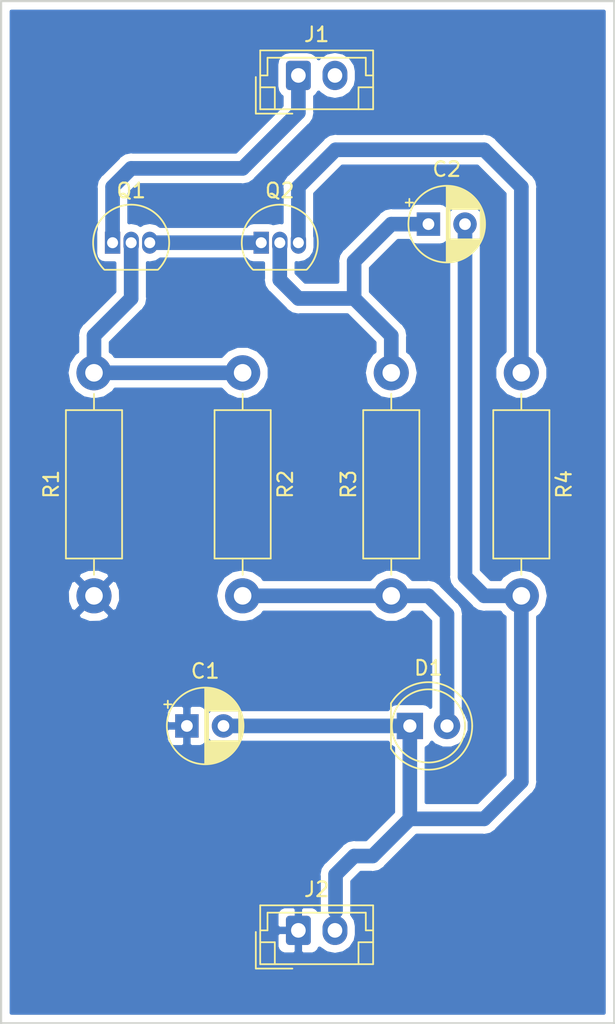
<source format=kicad_pcb>
(kicad_pcb (version 20171130) (host pcbnew 5.0.0-fee4fd1~66~ubuntu16.04.1)

  (general
    (thickness 1.6)
    (drawings 4)
    (tracks 41)
    (zones 0)
    (modules 11)
    (nets 9)
  )

  (page A4)
  (layers
    (0 F.Cu signal)
    (31 B.Cu signal)
    (32 B.Adhes user)
    (33 F.Adhes user)
    (34 B.Paste user)
    (35 F.Paste user)
    (36 B.SilkS user)
    (37 F.SilkS user)
    (38 B.Mask user)
    (39 F.Mask user)
    (40 Dwgs.User user)
    (41 Cmts.User user)
    (42 Eco1.User user)
    (43 Eco2.User user)
    (44 Edge.Cuts user)
    (45 Margin user)
    (46 B.CrtYd user)
    (47 F.CrtYd user)
    (48 B.Fab user)
    (49 F.Fab user)
  )

  (setup
    (last_trace_width 0.25)
    (trace_clearance 0.2)
    (zone_clearance 0.508)
    (zone_45_only no)
    (trace_min 0.2)
    (segment_width 0.2)
    (edge_width 0.15)
    (via_size 0.8)
    (via_drill 0.4)
    (via_min_size 0.4)
    (via_min_drill 0.3)
    (uvia_size 0.3)
    (uvia_drill 0.1)
    (uvias_allowed no)
    (uvia_min_size 0.2)
    (uvia_min_drill 0.1)
    (pcb_text_width 0.3)
    (pcb_text_size 1.5 1.5)
    (mod_edge_width 0.15)
    (mod_text_size 1 1)
    (mod_text_width 0.15)
    (pad_size 1.524 1.524)
    (pad_drill 0.762)
    (pad_to_mask_clearance 0.2)
    (aux_axis_origin 0 0)
    (visible_elements FFFFFF7F)
    (pcbplotparams
      (layerselection 0x010fc_ffffffff)
      (usegerberextensions false)
      (usegerberattributes false)
      (usegerberadvancedattributes false)
      (creategerberjobfile false)
      (excludeedgelayer true)
      (linewidth 0.100000)
      (plotframeref false)
      (viasonmask false)
      (mode 1)
      (useauxorigin false)
      (hpglpennumber 1)
      (hpglpenspeed 20)
      (hpglpendiameter 15.000000)
      (psnegative false)
      (psa4output false)
      (plotreference true)
      (plotvalue true)
      (plotinvisibletext false)
      (padsonsilk false)
      (subtractmaskfromsilk false)
      (outputformat 1)
      (mirror false)
      (drillshape 1)
      (scaleselection 1)
      (outputdirectory ""))
  )

  (net 0 "")
  (net 1 GNDA)
  (net 2 VCC)
  (net 3 "Net-(C2-Pad1)")
  (net 4 "Net-(D1-Pad2)")
  (net 5 VDDA)
  (net 6 "Net-(Q1-Pad2)")
  (net 7 "Net-(Q1-Pad3)")
  (net 8 "Net-(Q2-Pad3)")

  (net_class Default "This is the default net class."
    (clearance 0.2)
    (trace_width 0.25)
    (via_dia 0.8)
    (via_drill 0.4)
    (uvia_dia 0.3)
    (uvia_drill 0.1)
    (add_net GNDA)
    (add_net "Net-(C2-Pad1)")
    (add_net "Net-(D1-Pad2)")
    (add_net "Net-(Q1-Pad2)")
    (add_net "Net-(Q1-Pad3)")
    (add_net "Net-(Q2-Pad3)")
    (add_net VCC)
    (add_net VDDA)
  )

  (module Capacitor_THT:CP_Radial_D5.0mm_P2.50mm (layer F.Cu) (tedit 5AE50EF0) (tstamp 5BD37BAA)
    (at 120.65 88.9)
    (descr "CP, Radial series, Radial, pin pitch=2.50mm, , diameter=5mm, Electrolytic Capacitor")
    (tags "CP Radial series Radial pin pitch 2.50mm  diameter 5mm Electrolytic Capacitor")
    (path /5BC701E1)
    (fp_text reference C1 (at 1.25 -3.75) (layer F.SilkS)
      (effects (font (size 1 1) (thickness 0.15)))
    )
    (fp_text value "47uF 35V BG" (at 1.25 3.75) (layer F.Fab)
      (effects (font (size 1 1) (thickness 0.15)))
    )
    (fp_circle (center 1.25 0) (end 3.75 0) (layer F.Fab) (width 0.1))
    (fp_circle (center 1.25 0) (end 3.87 0) (layer F.SilkS) (width 0.12))
    (fp_circle (center 1.25 0) (end 4 0) (layer F.CrtYd) (width 0.05))
    (fp_line (start -0.883605 -1.0875) (end -0.383605 -1.0875) (layer F.Fab) (width 0.1))
    (fp_line (start -0.633605 -1.3375) (end -0.633605 -0.8375) (layer F.Fab) (width 0.1))
    (fp_line (start 1.25 -2.58) (end 1.25 2.58) (layer F.SilkS) (width 0.12))
    (fp_line (start 1.29 -2.58) (end 1.29 2.58) (layer F.SilkS) (width 0.12))
    (fp_line (start 1.33 -2.579) (end 1.33 2.579) (layer F.SilkS) (width 0.12))
    (fp_line (start 1.37 -2.578) (end 1.37 2.578) (layer F.SilkS) (width 0.12))
    (fp_line (start 1.41 -2.576) (end 1.41 2.576) (layer F.SilkS) (width 0.12))
    (fp_line (start 1.45 -2.573) (end 1.45 2.573) (layer F.SilkS) (width 0.12))
    (fp_line (start 1.49 -2.569) (end 1.49 -1.04) (layer F.SilkS) (width 0.12))
    (fp_line (start 1.49 1.04) (end 1.49 2.569) (layer F.SilkS) (width 0.12))
    (fp_line (start 1.53 -2.565) (end 1.53 -1.04) (layer F.SilkS) (width 0.12))
    (fp_line (start 1.53 1.04) (end 1.53 2.565) (layer F.SilkS) (width 0.12))
    (fp_line (start 1.57 -2.561) (end 1.57 -1.04) (layer F.SilkS) (width 0.12))
    (fp_line (start 1.57 1.04) (end 1.57 2.561) (layer F.SilkS) (width 0.12))
    (fp_line (start 1.61 -2.556) (end 1.61 -1.04) (layer F.SilkS) (width 0.12))
    (fp_line (start 1.61 1.04) (end 1.61 2.556) (layer F.SilkS) (width 0.12))
    (fp_line (start 1.65 -2.55) (end 1.65 -1.04) (layer F.SilkS) (width 0.12))
    (fp_line (start 1.65 1.04) (end 1.65 2.55) (layer F.SilkS) (width 0.12))
    (fp_line (start 1.69 -2.543) (end 1.69 -1.04) (layer F.SilkS) (width 0.12))
    (fp_line (start 1.69 1.04) (end 1.69 2.543) (layer F.SilkS) (width 0.12))
    (fp_line (start 1.73 -2.536) (end 1.73 -1.04) (layer F.SilkS) (width 0.12))
    (fp_line (start 1.73 1.04) (end 1.73 2.536) (layer F.SilkS) (width 0.12))
    (fp_line (start 1.77 -2.528) (end 1.77 -1.04) (layer F.SilkS) (width 0.12))
    (fp_line (start 1.77 1.04) (end 1.77 2.528) (layer F.SilkS) (width 0.12))
    (fp_line (start 1.81 -2.52) (end 1.81 -1.04) (layer F.SilkS) (width 0.12))
    (fp_line (start 1.81 1.04) (end 1.81 2.52) (layer F.SilkS) (width 0.12))
    (fp_line (start 1.85 -2.511) (end 1.85 -1.04) (layer F.SilkS) (width 0.12))
    (fp_line (start 1.85 1.04) (end 1.85 2.511) (layer F.SilkS) (width 0.12))
    (fp_line (start 1.89 -2.501) (end 1.89 -1.04) (layer F.SilkS) (width 0.12))
    (fp_line (start 1.89 1.04) (end 1.89 2.501) (layer F.SilkS) (width 0.12))
    (fp_line (start 1.93 -2.491) (end 1.93 -1.04) (layer F.SilkS) (width 0.12))
    (fp_line (start 1.93 1.04) (end 1.93 2.491) (layer F.SilkS) (width 0.12))
    (fp_line (start 1.971 -2.48) (end 1.971 -1.04) (layer F.SilkS) (width 0.12))
    (fp_line (start 1.971 1.04) (end 1.971 2.48) (layer F.SilkS) (width 0.12))
    (fp_line (start 2.011 -2.468) (end 2.011 -1.04) (layer F.SilkS) (width 0.12))
    (fp_line (start 2.011 1.04) (end 2.011 2.468) (layer F.SilkS) (width 0.12))
    (fp_line (start 2.051 -2.455) (end 2.051 -1.04) (layer F.SilkS) (width 0.12))
    (fp_line (start 2.051 1.04) (end 2.051 2.455) (layer F.SilkS) (width 0.12))
    (fp_line (start 2.091 -2.442) (end 2.091 -1.04) (layer F.SilkS) (width 0.12))
    (fp_line (start 2.091 1.04) (end 2.091 2.442) (layer F.SilkS) (width 0.12))
    (fp_line (start 2.131 -2.428) (end 2.131 -1.04) (layer F.SilkS) (width 0.12))
    (fp_line (start 2.131 1.04) (end 2.131 2.428) (layer F.SilkS) (width 0.12))
    (fp_line (start 2.171 -2.414) (end 2.171 -1.04) (layer F.SilkS) (width 0.12))
    (fp_line (start 2.171 1.04) (end 2.171 2.414) (layer F.SilkS) (width 0.12))
    (fp_line (start 2.211 -2.398) (end 2.211 -1.04) (layer F.SilkS) (width 0.12))
    (fp_line (start 2.211 1.04) (end 2.211 2.398) (layer F.SilkS) (width 0.12))
    (fp_line (start 2.251 -2.382) (end 2.251 -1.04) (layer F.SilkS) (width 0.12))
    (fp_line (start 2.251 1.04) (end 2.251 2.382) (layer F.SilkS) (width 0.12))
    (fp_line (start 2.291 -2.365) (end 2.291 -1.04) (layer F.SilkS) (width 0.12))
    (fp_line (start 2.291 1.04) (end 2.291 2.365) (layer F.SilkS) (width 0.12))
    (fp_line (start 2.331 -2.348) (end 2.331 -1.04) (layer F.SilkS) (width 0.12))
    (fp_line (start 2.331 1.04) (end 2.331 2.348) (layer F.SilkS) (width 0.12))
    (fp_line (start 2.371 -2.329) (end 2.371 -1.04) (layer F.SilkS) (width 0.12))
    (fp_line (start 2.371 1.04) (end 2.371 2.329) (layer F.SilkS) (width 0.12))
    (fp_line (start 2.411 -2.31) (end 2.411 -1.04) (layer F.SilkS) (width 0.12))
    (fp_line (start 2.411 1.04) (end 2.411 2.31) (layer F.SilkS) (width 0.12))
    (fp_line (start 2.451 -2.29) (end 2.451 -1.04) (layer F.SilkS) (width 0.12))
    (fp_line (start 2.451 1.04) (end 2.451 2.29) (layer F.SilkS) (width 0.12))
    (fp_line (start 2.491 -2.268) (end 2.491 -1.04) (layer F.SilkS) (width 0.12))
    (fp_line (start 2.491 1.04) (end 2.491 2.268) (layer F.SilkS) (width 0.12))
    (fp_line (start 2.531 -2.247) (end 2.531 -1.04) (layer F.SilkS) (width 0.12))
    (fp_line (start 2.531 1.04) (end 2.531 2.247) (layer F.SilkS) (width 0.12))
    (fp_line (start 2.571 -2.224) (end 2.571 -1.04) (layer F.SilkS) (width 0.12))
    (fp_line (start 2.571 1.04) (end 2.571 2.224) (layer F.SilkS) (width 0.12))
    (fp_line (start 2.611 -2.2) (end 2.611 -1.04) (layer F.SilkS) (width 0.12))
    (fp_line (start 2.611 1.04) (end 2.611 2.2) (layer F.SilkS) (width 0.12))
    (fp_line (start 2.651 -2.175) (end 2.651 -1.04) (layer F.SilkS) (width 0.12))
    (fp_line (start 2.651 1.04) (end 2.651 2.175) (layer F.SilkS) (width 0.12))
    (fp_line (start 2.691 -2.149) (end 2.691 -1.04) (layer F.SilkS) (width 0.12))
    (fp_line (start 2.691 1.04) (end 2.691 2.149) (layer F.SilkS) (width 0.12))
    (fp_line (start 2.731 -2.122) (end 2.731 -1.04) (layer F.SilkS) (width 0.12))
    (fp_line (start 2.731 1.04) (end 2.731 2.122) (layer F.SilkS) (width 0.12))
    (fp_line (start 2.771 -2.095) (end 2.771 -1.04) (layer F.SilkS) (width 0.12))
    (fp_line (start 2.771 1.04) (end 2.771 2.095) (layer F.SilkS) (width 0.12))
    (fp_line (start 2.811 -2.065) (end 2.811 -1.04) (layer F.SilkS) (width 0.12))
    (fp_line (start 2.811 1.04) (end 2.811 2.065) (layer F.SilkS) (width 0.12))
    (fp_line (start 2.851 -2.035) (end 2.851 -1.04) (layer F.SilkS) (width 0.12))
    (fp_line (start 2.851 1.04) (end 2.851 2.035) (layer F.SilkS) (width 0.12))
    (fp_line (start 2.891 -2.004) (end 2.891 -1.04) (layer F.SilkS) (width 0.12))
    (fp_line (start 2.891 1.04) (end 2.891 2.004) (layer F.SilkS) (width 0.12))
    (fp_line (start 2.931 -1.971) (end 2.931 -1.04) (layer F.SilkS) (width 0.12))
    (fp_line (start 2.931 1.04) (end 2.931 1.971) (layer F.SilkS) (width 0.12))
    (fp_line (start 2.971 -1.937) (end 2.971 -1.04) (layer F.SilkS) (width 0.12))
    (fp_line (start 2.971 1.04) (end 2.971 1.937) (layer F.SilkS) (width 0.12))
    (fp_line (start 3.011 -1.901) (end 3.011 -1.04) (layer F.SilkS) (width 0.12))
    (fp_line (start 3.011 1.04) (end 3.011 1.901) (layer F.SilkS) (width 0.12))
    (fp_line (start 3.051 -1.864) (end 3.051 -1.04) (layer F.SilkS) (width 0.12))
    (fp_line (start 3.051 1.04) (end 3.051 1.864) (layer F.SilkS) (width 0.12))
    (fp_line (start 3.091 -1.826) (end 3.091 -1.04) (layer F.SilkS) (width 0.12))
    (fp_line (start 3.091 1.04) (end 3.091 1.826) (layer F.SilkS) (width 0.12))
    (fp_line (start 3.131 -1.785) (end 3.131 -1.04) (layer F.SilkS) (width 0.12))
    (fp_line (start 3.131 1.04) (end 3.131 1.785) (layer F.SilkS) (width 0.12))
    (fp_line (start 3.171 -1.743) (end 3.171 -1.04) (layer F.SilkS) (width 0.12))
    (fp_line (start 3.171 1.04) (end 3.171 1.743) (layer F.SilkS) (width 0.12))
    (fp_line (start 3.211 -1.699) (end 3.211 -1.04) (layer F.SilkS) (width 0.12))
    (fp_line (start 3.211 1.04) (end 3.211 1.699) (layer F.SilkS) (width 0.12))
    (fp_line (start 3.251 -1.653) (end 3.251 -1.04) (layer F.SilkS) (width 0.12))
    (fp_line (start 3.251 1.04) (end 3.251 1.653) (layer F.SilkS) (width 0.12))
    (fp_line (start 3.291 -1.605) (end 3.291 -1.04) (layer F.SilkS) (width 0.12))
    (fp_line (start 3.291 1.04) (end 3.291 1.605) (layer F.SilkS) (width 0.12))
    (fp_line (start 3.331 -1.554) (end 3.331 -1.04) (layer F.SilkS) (width 0.12))
    (fp_line (start 3.331 1.04) (end 3.331 1.554) (layer F.SilkS) (width 0.12))
    (fp_line (start 3.371 -1.5) (end 3.371 -1.04) (layer F.SilkS) (width 0.12))
    (fp_line (start 3.371 1.04) (end 3.371 1.5) (layer F.SilkS) (width 0.12))
    (fp_line (start 3.411 -1.443) (end 3.411 -1.04) (layer F.SilkS) (width 0.12))
    (fp_line (start 3.411 1.04) (end 3.411 1.443) (layer F.SilkS) (width 0.12))
    (fp_line (start 3.451 -1.383) (end 3.451 -1.04) (layer F.SilkS) (width 0.12))
    (fp_line (start 3.451 1.04) (end 3.451 1.383) (layer F.SilkS) (width 0.12))
    (fp_line (start 3.491 -1.319) (end 3.491 -1.04) (layer F.SilkS) (width 0.12))
    (fp_line (start 3.491 1.04) (end 3.491 1.319) (layer F.SilkS) (width 0.12))
    (fp_line (start 3.531 -1.251) (end 3.531 -1.04) (layer F.SilkS) (width 0.12))
    (fp_line (start 3.531 1.04) (end 3.531 1.251) (layer F.SilkS) (width 0.12))
    (fp_line (start 3.571 -1.178) (end 3.571 1.178) (layer F.SilkS) (width 0.12))
    (fp_line (start 3.611 -1.098) (end 3.611 1.098) (layer F.SilkS) (width 0.12))
    (fp_line (start 3.651 -1.011) (end 3.651 1.011) (layer F.SilkS) (width 0.12))
    (fp_line (start 3.691 -0.915) (end 3.691 0.915) (layer F.SilkS) (width 0.12))
    (fp_line (start 3.731 -0.805) (end 3.731 0.805) (layer F.SilkS) (width 0.12))
    (fp_line (start 3.771 -0.677) (end 3.771 0.677) (layer F.SilkS) (width 0.12))
    (fp_line (start 3.811 -0.518) (end 3.811 0.518) (layer F.SilkS) (width 0.12))
    (fp_line (start 3.851 -0.284) (end 3.851 0.284) (layer F.SilkS) (width 0.12))
    (fp_line (start -1.554775 -1.475) (end -1.054775 -1.475) (layer F.SilkS) (width 0.12))
    (fp_line (start -1.304775 -1.725) (end -1.304775 -1.225) (layer F.SilkS) (width 0.12))
    (fp_text user %R (at 1.25 0) (layer F.Fab)
      (effects (font (size 1 1) (thickness 0.15)))
    )
    (pad 1 thru_hole rect (at 0 0) (size 1.6 1.6) (drill 0.8) (layers *.Cu *.Mask)
      (net 1 GNDA))
    (pad 2 thru_hole circle (at 2.5 0) (size 1.6 1.6) (drill 0.8) (layers *.Cu *.Mask)
      (net 2 VCC))
    (model ${KISYS3DMOD}/Capacitor_THT.3dshapes/CP_Radial_D5.0mm_P2.50mm.wrl
      (at (xyz 0 0 0))
      (scale (xyz 1 1 1))
      (rotate (xyz 0 0 0))
    )
  )

  (module Capacitor_THT:CP_Radial_D5.0mm_P2.50mm (layer F.Cu) (tedit 5AE50EF0) (tstamp 5BD37C2E)
    (at 137.16 54.61)
    (descr "CP, Radial series, Radial, pin pitch=2.50mm, , diameter=5mm, Electrolytic Capacitor")
    (tags "CP Radial series Radial pin pitch 2.50mm  diameter 5mm Electrolytic Capacitor")
    (path /5BC70240)
    (fp_text reference C2 (at 1.25 -3.75) (layer F.SilkS)
      (effects (font (size 1 1) (thickness 0.15)))
    )
    (fp_text value "22uF 35VBlackgate NX" (at 1.25 3.75) (layer F.Fab)
      (effects (font (size 1 1) (thickness 0.15)))
    )
    (fp_text user %R (at 1.25 0) (layer F.Fab)
      (effects (font (size 1 1) (thickness 0.15)))
    )
    (fp_line (start -1.304775 -1.725) (end -1.304775 -1.225) (layer F.SilkS) (width 0.12))
    (fp_line (start -1.554775 -1.475) (end -1.054775 -1.475) (layer F.SilkS) (width 0.12))
    (fp_line (start 3.851 -0.284) (end 3.851 0.284) (layer F.SilkS) (width 0.12))
    (fp_line (start 3.811 -0.518) (end 3.811 0.518) (layer F.SilkS) (width 0.12))
    (fp_line (start 3.771 -0.677) (end 3.771 0.677) (layer F.SilkS) (width 0.12))
    (fp_line (start 3.731 -0.805) (end 3.731 0.805) (layer F.SilkS) (width 0.12))
    (fp_line (start 3.691 -0.915) (end 3.691 0.915) (layer F.SilkS) (width 0.12))
    (fp_line (start 3.651 -1.011) (end 3.651 1.011) (layer F.SilkS) (width 0.12))
    (fp_line (start 3.611 -1.098) (end 3.611 1.098) (layer F.SilkS) (width 0.12))
    (fp_line (start 3.571 -1.178) (end 3.571 1.178) (layer F.SilkS) (width 0.12))
    (fp_line (start 3.531 1.04) (end 3.531 1.251) (layer F.SilkS) (width 0.12))
    (fp_line (start 3.531 -1.251) (end 3.531 -1.04) (layer F.SilkS) (width 0.12))
    (fp_line (start 3.491 1.04) (end 3.491 1.319) (layer F.SilkS) (width 0.12))
    (fp_line (start 3.491 -1.319) (end 3.491 -1.04) (layer F.SilkS) (width 0.12))
    (fp_line (start 3.451 1.04) (end 3.451 1.383) (layer F.SilkS) (width 0.12))
    (fp_line (start 3.451 -1.383) (end 3.451 -1.04) (layer F.SilkS) (width 0.12))
    (fp_line (start 3.411 1.04) (end 3.411 1.443) (layer F.SilkS) (width 0.12))
    (fp_line (start 3.411 -1.443) (end 3.411 -1.04) (layer F.SilkS) (width 0.12))
    (fp_line (start 3.371 1.04) (end 3.371 1.5) (layer F.SilkS) (width 0.12))
    (fp_line (start 3.371 -1.5) (end 3.371 -1.04) (layer F.SilkS) (width 0.12))
    (fp_line (start 3.331 1.04) (end 3.331 1.554) (layer F.SilkS) (width 0.12))
    (fp_line (start 3.331 -1.554) (end 3.331 -1.04) (layer F.SilkS) (width 0.12))
    (fp_line (start 3.291 1.04) (end 3.291 1.605) (layer F.SilkS) (width 0.12))
    (fp_line (start 3.291 -1.605) (end 3.291 -1.04) (layer F.SilkS) (width 0.12))
    (fp_line (start 3.251 1.04) (end 3.251 1.653) (layer F.SilkS) (width 0.12))
    (fp_line (start 3.251 -1.653) (end 3.251 -1.04) (layer F.SilkS) (width 0.12))
    (fp_line (start 3.211 1.04) (end 3.211 1.699) (layer F.SilkS) (width 0.12))
    (fp_line (start 3.211 -1.699) (end 3.211 -1.04) (layer F.SilkS) (width 0.12))
    (fp_line (start 3.171 1.04) (end 3.171 1.743) (layer F.SilkS) (width 0.12))
    (fp_line (start 3.171 -1.743) (end 3.171 -1.04) (layer F.SilkS) (width 0.12))
    (fp_line (start 3.131 1.04) (end 3.131 1.785) (layer F.SilkS) (width 0.12))
    (fp_line (start 3.131 -1.785) (end 3.131 -1.04) (layer F.SilkS) (width 0.12))
    (fp_line (start 3.091 1.04) (end 3.091 1.826) (layer F.SilkS) (width 0.12))
    (fp_line (start 3.091 -1.826) (end 3.091 -1.04) (layer F.SilkS) (width 0.12))
    (fp_line (start 3.051 1.04) (end 3.051 1.864) (layer F.SilkS) (width 0.12))
    (fp_line (start 3.051 -1.864) (end 3.051 -1.04) (layer F.SilkS) (width 0.12))
    (fp_line (start 3.011 1.04) (end 3.011 1.901) (layer F.SilkS) (width 0.12))
    (fp_line (start 3.011 -1.901) (end 3.011 -1.04) (layer F.SilkS) (width 0.12))
    (fp_line (start 2.971 1.04) (end 2.971 1.937) (layer F.SilkS) (width 0.12))
    (fp_line (start 2.971 -1.937) (end 2.971 -1.04) (layer F.SilkS) (width 0.12))
    (fp_line (start 2.931 1.04) (end 2.931 1.971) (layer F.SilkS) (width 0.12))
    (fp_line (start 2.931 -1.971) (end 2.931 -1.04) (layer F.SilkS) (width 0.12))
    (fp_line (start 2.891 1.04) (end 2.891 2.004) (layer F.SilkS) (width 0.12))
    (fp_line (start 2.891 -2.004) (end 2.891 -1.04) (layer F.SilkS) (width 0.12))
    (fp_line (start 2.851 1.04) (end 2.851 2.035) (layer F.SilkS) (width 0.12))
    (fp_line (start 2.851 -2.035) (end 2.851 -1.04) (layer F.SilkS) (width 0.12))
    (fp_line (start 2.811 1.04) (end 2.811 2.065) (layer F.SilkS) (width 0.12))
    (fp_line (start 2.811 -2.065) (end 2.811 -1.04) (layer F.SilkS) (width 0.12))
    (fp_line (start 2.771 1.04) (end 2.771 2.095) (layer F.SilkS) (width 0.12))
    (fp_line (start 2.771 -2.095) (end 2.771 -1.04) (layer F.SilkS) (width 0.12))
    (fp_line (start 2.731 1.04) (end 2.731 2.122) (layer F.SilkS) (width 0.12))
    (fp_line (start 2.731 -2.122) (end 2.731 -1.04) (layer F.SilkS) (width 0.12))
    (fp_line (start 2.691 1.04) (end 2.691 2.149) (layer F.SilkS) (width 0.12))
    (fp_line (start 2.691 -2.149) (end 2.691 -1.04) (layer F.SilkS) (width 0.12))
    (fp_line (start 2.651 1.04) (end 2.651 2.175) (layer F.SilkS) (width 0.12))
    (fp_line (start 2.651 -2.175) (end 2.651 -1.04) (layer F.SilkS) (width 0.12))
    (fp_line (start 2.611 1.04) (end 2.611 2.2) (layer F.SilkS) (width 0.12))
    (fp_line (start 2.611 -2.2) (end 2.611 -1.04) (layer F.SilkS) (width 0.12))
    (fp_line (start 2.571 1.04) (end 2.571 2.224) (layer F.SilkS) (width 0.12))
    (fp_line (start 2.571 -2.224) (end 2.571 -1.04) (layer F.SilkS) (width 0.12))
    (fp_line (start 2.531 1.04) (end 2.531 2.247) (layer F.SilkS) (width 0.12))
    (fp_line (start 2.531 -2.247) (end 2.531 -1.04) (layer F.SilkS) (width 0.12))
    (fp_line (start 2.491 1.04) (end 2.491 2.268) (layer F.SilkS) (width 0.12))
    (fp_line (start 2.491 -2.268) (end 2.491 -1.04) (layer F.SilkS) (width 0.12))
    (fp_line (start 2.451 1.04) (end 2.451 2.29) (layer F.SilkS) (width 0.12))
    (fp_line (start 2.451 -2.29) (end 2.451 -1.04) (layer F.SilkS) (width 0.12))
    (fp_line (start 2.411 1.04) (end 2.411 2.31) (layer F.SilkS) (width 0.12))
    (fp_line (start 2.411 -2.31) (end 2.411 -1.04) (layer F.SilkS) (width 0.12))
    (fp_line (start 2.371 1.04) (end 2.371 2.329) (layer F.SilkS) (width 0.12))
    (fp_line (start 2.371 -2.329) (end 2.371 -1.04) (layer F.SilkS) (width 0.12))
    (fp_line (start 2.331 1.04) (end 2.331 2.348) (layer F.SilkS) (width 0.12))
    (fp_line (start 2.331 -2.348) (end 2.331 -1.04) (layer F.SilkS) (width 0.12))
    (fp_line (start 2.291 1.04) (end 2.291 2.365) (layer F.SilkS) (width 0.12))
    (fp_line (start 2.291 -2.365) (end 2.291 -1.04) (layer F.SilkS) (width 0.12))
    (fp_line (start 2.251 1.04) (end 2.251 2.382) (layer F.SilkS) (width 0.12))
    (fp_line (start 2.251 -2.382) (end 2.251 -1.04) (layer F.SilkS) (width 0.12))
    (fp_line (start 2.211 1.04) (end 2.211 2.398) (layer F.SilkS) (width 0.12))
    (fp_line (start 2.211 -2.398) (end 2.211 -1.04) (layer F.SilkS) (width 0.12))
    (fp_line (start 2.171 1.04) (end 2.171 2.414) (layer F.SilkS) (width 0.12))
    (fp_line (start 2.171 -2.414) (end 2.171 -1.04) (layer F.SilkS) (width 0.12))
    (fp_line (start 2.131 1.04) (end 2.131 2.428) (layer F.SilkS) (width 0.12))
    (fp_line (start 2.131 -2.428) (end 2.131 -1.04) (layer F.SilkS) (width 0.12))
    (fp_line (start 2.091 1.04) (end 2.091 2.442) (layer F.SilkS) (width 0.12))
    (fp_line (start 2.091 -2.442) (end 2.091 -1.04) (layer F.SilkS) (width 0.12))
    (fp_line (start 2.051 1.04) (end 2.051 2.455) (layer F.SilkS) (width 0.12))
    (fp_line (start 2.051 -2.455) (end 2.051 -1.04) (layer F.SilkS) (width 0.12))
    (fp_line (start 2.011 1.04) (end 2.011 2.468) (layer F.SilkS) (width 0.12))
    (fp_line (start 2.011 -2.468) (end 2.011 -1.04) (layer F.SilkS) (width 0.12))
    (fp_line (start 1.971 1.04) (end 1.971 2.48) (layer F.SilkS) (width 0.12))
    (fp_line (start 1.971 -2.48) (end 1.971 -1.04) (layer F.SilkS) (width 0.12))
    (fp_line (start 1.93 1.04) (end 1.93 2.491) (layer F.SilkS) (width 0.12))
    (fp_line (start 1.93 -2.491) (end 1.93 -1.04) (layer F.SilkS) (width 0.12))
    (fp_line (start 1.89 1.04) (end 1.89 2.501) (layer F.SilkS) (width 0.12))
    (fp_line (start 1.89 -2.501) (end 1.89 -1.04) (layer F.SilkS) (width 0.12))
    (fp_line (start 1.85 1.04) (end 1.85 2.511) (layer F.SilkS) (width 0.12))
    (fp_line (start 1.85 -2.511) (end 1.85 -1.04) (layer F.SilkS) (width 0.12))
    (fp_line (start 1.81 1.04) (end 1.81 2.52) (layer F.SilkS) (width 0.12))
    (fp_line (start 1.81 -2.52) (end 1.81 -1.04) (layer F.SilkS) (width 0.12))
    (fp_line (start 1.77 1.04) (end 1.77 2.528) (layer F.SilkS) (width 0.12))
    (fp_line (start 1.77 -2.528) (end 1.77 -1.04) (layer F.SilkS) (width 0.12))
    (fp_line (start 1.73 1.04) (end 1.73 2.536) (layer F.SilkS) (width 0.12))
    (fp_line (start 1.73 -2.536) (end 1.73 -1.04) (layer F.SilkS) (width 0.12))
    (fp_line (start 1.69 1.04) (end 1.69 2.543) (layer F.SilkS) (width 0.12))
    (fp_line (start 1.69 -2.543) (end 1.69 -1.04) (layer F.SilkS) (width 0.12))
    (fp_line (start 1.65 1.04) (end 1.65 2.55) (layer F.SilkS) (width 0.12))
    (fp_line (start 1.65 -2.55) (end 1.65 -1.04) (layer F.SilkS) (width 0.12))
    (fp_line (start 1.61 1.04) (end 1.61 2.556) (layer F.SilkS) (width 0.12))
    (fp_line (start 1.61 -2.556) (end 1.61 -1.04) (layer F.SilkS) (width 0.12))
    (fp_line (start 1.57 1.04) (end 1.57 2.561) (layer F.SilkS) (width 0.12))
    (fp_line (start 1.57 -2.561) (end 1.57 -1.04) (layer F.SilkS) (width 0.12))
    (fp_line (start 1.53 1.04) (end 1.53 2.565) (layer F.SilkS) (width 0.12))
    (fp_line (start 1.53 -2.565) (end 1.53 -1.04) (layer F.SilkS) (width 0.12))
    (fp_line (start 1.49 1.04) (end 1.49 2.569) (layer F.SilkS) (width 0.12))
    (fp_line (start 1.49 -2.569) (end 1.49 -1.04) (layer F.SilkS) (width 0.12))
    (fp_line (start 1.45 -2.573) (end 1.45 2.573) (layer F.SilkS) (width 0.12))
    (fp_line (start 1.41 -2.576) (end 1.41 2.576) (layer F.SilkS) (width 0.12))
    (fp_line (start 1.37 -2.578) (end 1.37 2.578) (layer F.SilkS) (width 0.12))
    (fp_line (start 1.33 -2.579) (end 1.33 2.579) (layer F.SilkS) (width 0.12))
    (fp_line (start 1.29 -2.58) (end 1.29 2.58) (layer F.SilkS) (width 0.12))
    (fp_line (start 1.25 -2.58) (end 1.25 2.58) (layer F.SilkS) (width 0.12))
    (fp_line (start -0.633605 -1.3375) (end -0.633605 -0.8375) (layer F.Fab) (width 0.1))
    (fp_line (start -0.883605 -1.0875) (end -0.383605 -1.0875) (layer F.Fab) (width 0.1))
    (fp_circle (center 1.25 0) (end 4 0) (layer F.CrtYd) (width 0.05))
    (fp_circle (center 1.25 0) (end 3.87 0) (layer F.SilkS) (width 0.12))
    (fp_circle (center 1.25 0) (end 3.75 0) (layer F.Fab) (width 0.1))
    (pad 2 thru_hole circle (at 2.5 0) (size 1.6 1.6) (drill 0.8) (layers *.Cu *.Mask)
      (net 2 VCC))
    (pad 1 thru_hole rect (at 0 0) (size 1.6 1.6) (drill 0.8) (layers *.Cu *.Mask)
      (net 3 "Net-(C2-Pad1)"))
    (model ${KISYS3DMOD}/Capacitor_THT.3dshapes/CP_Radial_D5.0mm_P2.50mm.wrl
      (at (xyz 0 0 0))
      (scale (xyz 1 1 1))
      (rotate (xyz 0 0 0))
    )
  )

  (module LED_THT:LED_D5.0mm (layer F.Cu) (tedit 5995936A) (tstamp 5BD37C40)
    (at 135.89 88.9)
    (descr "LED, diameter 5.0mm, 2 pins, http://cdn-reichelt.de/documents/datenblatt/A500/LL-504BC2E-009.pdf")
    (tags "LED diameter 5.0mm 2 pins")
    (path /5BC700CC)
    (fp_text reference D1 (at 1.27 -3.96) (layer F.SilkS)
      (effects (font (size 1 1) (thickness 0.15)))
    )
    (fp_text value LED (at 1.27 3.96) (layer F.Fab)
      (effects (font (size 1 1) (thickness 0.15)))
    )
    (fp_arc (start 1.27 0) (end -1.23 -1.469694) (angle 299.1) (layer F.Fab) (width 0.1))
    (fp_arc (start 1.27 0) (end -1.29 -1.54483) (angle 148.9) (layer F.SilkS) (width 0.12))
    (fp_arc (start 1.27 0) (end -1.29 1.54483) (angle -148.9) (layer F.SilkS) (width 0.12))
    (fp_circle (center 1.27 0) (end 3.77 0) (layer F.Fab) (width 0.1))
    (fp_circle (center 1.27 0) (end 3.77 0) (layer F.SilkS) (width 0.12))
    (fp_line (start -1.23 -1.469694) (end -1.23 1.469694) (layer F.Fab) (width 0.1))
    (fp_line (start -1.29 -1.545) (end -1.29 1.545) (layer F.SilkS) (width 0.12))
    (fp_line (start -1.95 -3.25) (end -1.95 3.25) (layer F.CrtYd) (width 0.05))
    (fp_line (start -1.95 3.25) (end 4.5 3.25) (layer F.CrtYd) (width 0.05))
    (fp_line (start 4.5 3.25) (end 4.5 -3.25) (layer F.CrtYd) (width 0.05))
    (fp_line (start 4.5 -3.25) (end -1.95 -3.25) (layer F.CrtYd) (width 0.05))
    (fp_text user %R (at 1.25 0) (layer F.Fab)
      (effects (font (size 0.8 0.8) (thickness 0.2)))
    )
    (pad 1 thru_hole rect (at 0 0) (size 1.8 1.8) (drill 0.9) (layers *.Cu *.Mask)
      (net 2 VCC))
    (pad 2 thru_hole circle (at 2.54 0) (size 1.8 1.8) (drill 0.9) (layers *.Cu *.Mask)
      (net 4 "Net-(D1-Pad2)"))
    (model ${KISYS3DMOD}/LED_THT.3dshapes/LED_D5.0mm.wrl
      (at (xyz 0 0 0))
      (scale (xyz 1 1 1))
      (rotate (xyz 0 0 0))
    )
  )

  (module Connector_JST:JST_EH_B02B-EH-A_1x02_P2.50mm_Vertical (layer F.Cu) (tedit 5B772AC7) (tstamp 5BD37C60)
    (at 128.27 44.45)
    (descr "JST EH series connector, B02B-EH-A (http://www.jst-mfg.com/product/pdf/eng/eEH.pdf), generated with kicad-footprint-generator")
    (tags "connector JST EH side entry")
    (path /5BC71C98)
    (fp_text reference J1 (at 1.25 -2.8) (layer F.SilkS)
      (effects (font (size 1 1) (thickness 0.15)))
    )
    (fp_text value Conn_01x01_Male (at 1.25 3.4) (layer F.Fab)
      (effects (font (size 1 1) (thickness 0.15)))
    )
    (fp_line (start -2.5 -1.6) (end -2.5 2.2) (layer F.Fab) (width 0.1))
    (fp_line (start -2.5 2.2) (end 5 2.2) (layer F.Fab) (width 0.1))
    (fp_line (start 5 2.2) (end 5 -1.6) (layer F.Fab) (width 0.1))
    (fp_line (start 5 -1.6) (end -2.5 -1.6) (layer F.Fab) (width 0.1))
    (fp_line (start -3 -2.1) (end -3 2.7) (layer F.CrtYd) (width 0.05))
    (fp_line (start -3 2.7) (end 5.5 2.7) (layer F.CrtYd) (width 0.05))
    (fp_line (start 5.5 2.7) (end 5.5 -2.1) (layer F.CrtYd) (width 0.05))
    (fp_line (start 5.5 -2.1) (end -3 -2.1) (layer F.CrtYd) (width 0.05))
    (fp_line (start -2.61 -1.71) (end -2.61 2.31) (layer F.SilkS) (width 0.12))
    (fp_line (start -2.61 2.31) (end 5.11 2.31) (layer F.SilkS) (width 0.12))
    (fp_line (start 5.11 2.31) (end 5.11 -1.71) (layer F.SilkS) (width 0.12))
    (fp_line (start 5.11 -1.71) (end -2.61 -1.71) (layer F.SilkS) (width 0.12))
    (fp_line (start -2.61 0) (end -2.11 0) (layer F.SilkS) (width 0.12))
    (fp_line (start -2.11 0) (end -2.11 -1.21) (layer F.SilkS) (width 0.12))
    (fp_line (start -2.11 -1.21) (end 4.61 -1.21) (layer F.SilkS) (width 0.12))
    (fp_line (start 4.61 -1.21) (end 4.61 0) (layer F.SilkS) (width 0.12))
    (fp_line (start 4.61 0) (end 5.11 0) (layer F.SilkS) (width 0.12))
    (fp_line (start -2.61 0.81) (end -1.61 0.81) (layer F.SilkS) (width 0.12))
    (fp_line (start -1.61 0.81) (end -1.61 2.31) (layer F.SilkS) (width 0.12))
    (fp_line (start 5.11 0.81) (end 4.11 0.81) (layer F.SilkS) (width 0.12))
    (fp_line (start 4.11 0.81) (end 4.11 2.31) (layer F.SilkS) (width 0.12))
    (fp_line (start -2.91 0.11) (end -2.91 2.61) (layer F.SilkS) (width 0.12))
    (fp_line (start -2.91 2.61) (end -0.41 2.61) (layer F.SilkS) (width 0.12))
    (fp_line (start -2.91 0.11) (end -2.91 2.61) (layer F.Fab) (width 0.1))
    (fp_line (start -2.91 2.61) (end -0.41 2.61) (layer F.Fab) (width 0.1))
    (fp_text user %R (at 1.25 1.5) (layer F.Fab)
      (effects (font (size 1 1) (thickness 0.15)))
    )
    (pad 1 thru_hole roundrect (at 0 0) (size 1.7 2) (drill 1) (layers *.Cu *.Mask) (roundrect_rratio 0.147059)
      (net 5 VDDA))
    (pad 2 thru_hole oval (at 2.5 0) (size 1.7 2) (drill 1) (layers *.Cu *.Mask))
    (model ${KISYS3DMOD}/Connector_JST.3dshapes/JST_EH_B02B-EH-A_1x02_P2.50mm_Vertical.wrl
      (at (xyz 0 0 0))
      (scale (xyz 1 1 1))
      (rotate (xyz 0 0 0))
    )
  )

  (module Connector_JST:JST_EH_B02B-EH-A_1x02_P2.50mm_Vertical (layer F.Cu) (tedit 5B772AC7) (tstamp 5BD37C80)
    (at 128.27 102.87)
    (descr "JST EH series connector, B02B-EH-A (http://www.jst-mfg.com/product/pdf/eng/eEH.pdf), generated with kicad-footprint-generator")
    (tags "connector JST EH side entry")
    (path /5BC71F0F)
    (fp_text reference J2 (at 1.25 -2.8) (layer F.SilkS)
      (effects (font (size 1 1) (thickness 0.15)))
    )
    (fp_text value Conn_01x02_Male (at 1.25 3.4) (layer F.Fab)
      (effects (font (size 1 1) (thickness 0.15)))
    )
    (fp_text user %R (at 1.25 1.5) (layer F.Fab)
      (effects (font (size 1 1) (thickness 0.15)))
    )
    (fp_line (start -2.91 2.61) (end -0.41 2.61) (layer F.Fab) (width 0.1))
    (fp_line (start -2.91 0.11) (end -2.91 2.61) (layer F.Fab) (width 0.1))
    (fp_line (start -2.91 2.61) (end -0.41 2.61) (layer F.SilkS) (width 0.12))
    (fp_line (start -2.91 0.11) (end -2.91 2.61) (layer F.SilkS) (width 0.12))
    (fp_line (start 4.11 0.81) (end 4.11 2.31) (layer F.SilkS) (width 0.12))
    (fp_line (start 5.11 0.81) (end 4.11 0.81) (layer F.SilkS) (width 0.12))
    (fp_line (start -1.61 0.81) (end -1.61 2.31) (layer F.SilkS) (width 0.12))
    (fp_line (start -2.61 0.81) (end -1.61 0.81) (layer F.SilkS) (width 0.12))
    (fp_line (start 4.61 0) (end 5.11 0) (layer F.SilkS) (width 0.12))
    (fp_line (start 4.61 -1.21) (end 4.61 0) (layer F.SilkS) (width 0.12))
    (fp_line (start -2.11 -1.21) (end 4.61 -1.21) (layer F.SilkS) (width 0.12))
    (fp_line (start -2.11 0) (end -2.11 -1.21) (layer F.SilkS) (width 0.12))
    (fp_line (start -2.61 0) (end -2.11 0) (layer F.SilkS) (width 0.12))
    (fp_line (start 5.11 -1.71) (end -2.61 -1.71) (layer F.SilkS) (width 0.12))
    (fp_line (start 5.11 2.31) (end 5.11 -1.71) (layer F.SilkS) (width 0.12))
    (fp_line (start -2.61 2.31) (end 5.11 2.31) (layer F.SilkS) (width 0.12))
    (fp_line (start -2.61 -1.71) (end -2.61 2.31) (layer F.SilkS) (width 0.12))
    (fp_line (start 5.5 -2.1) (end -3 -2.1) (layer F.CrtYd) (width 0.05))
    (fp_line (start 5.5 2.7) (end 5.5 -2.1) (layer F.CrtYd) (width 0.05))
    (fp_line (start -3 2.7) (end 5.5 2.7) (layer F.CrtYd) (width 0.05))
    (fp_line (start -3 -2.1) (end -3 2.7) (layer F.CrtYd) (width 0.05))
    (fp_line (start 5 -1.6) (end -2.5 -1.6) (layer F.Fab) (width 0.1))
    (fp_line (start 5 2.2) (end 5 -1.6) (layer F.Fab) (width 0.1))
    (fp_line (start -2.5 2.2) (end 5 2.2) (layer F.Fab) (width 0.1))
    (fp_line (start -2.5 -1.6) (end -2.5 2.2) (layer F.Fab) (width 0.1))
    (pad 2 thru_hole oval (at 2.5 0) (size 1.7 2) (drill 1) (layers *.Cu *.Mask)
      (net 2 VCC))
    (pad 1 thru_hole roundrect (at 0 0) (size 1.7 2) (drill 1) (layers *.Cu *.Mask) (roundrect_rratio 0.147059)
      (net 1 GNDA))
    (model ${KISYS3DMOD}/Connector_JST.3dshapes/JST_EH_B02B-EH-A_1x02_P2.50mm_Vertical.wrl
      (at (xyz 0 0 0))
      (scale (xyz 1 1 1))
      (rotate (xyz 0 0 0))
    )
  )

  (module Package_TO_SOT_THT:TO-92_Inline (layer F.Cu) (tedit 5A1DD157) (tstamp 5BD37C92)
    (at 115.57 55.88)
    (descr "TO-92 leads in-line, narrow, oval pads, drill 0.75mm (see NXP sot054_po.pdf)")
    (tags "to-92 sc-43 sc-43a sot54 PA33 transistor")
    (path /5BC6FC6D)
    (fp_text reference Q1 (at 1.27 -3.56) (layer F.SilkS)
      (effects (font (size 1 1) (thickness 0.15)))
    )
    (fp_text value BC547 (at 1.27 2.79) (layer F.Fab)
      (effects (font (size 1 1) (thickness 0.15)))
    )
    (fp_text user %R (at 1.27 -3.56) (layer F.Fab)
      (effects (font (size 1 1) (thickness 0.15)))
    )
    (fp_line (start -0.53 1.85) (end 3.07 1.85) (layer F.SilkS) (width 0.12))
    (fp_line (start -0.5 1.75) (end 3 1.75) (layer F.Fab) (width 0.1))
    (fp_line (start -1.46 -2.73) (end 4 -2.73) (layer F.CrtYd) (width 0.05))
    (fp_line (start -1.46 -2.73) (end -1.46 2.01) (layer F.CrtYd) (width 0.05))
    (fp_line (start 4 2.01) (end 4 -2.73) (layer F.CrtYd) (width 0.05))
    (fp_line (start 4 2.01) (end -1.46 2.01) (layer F.CrtYd) (width 0.05))
    (fp_arc (start 1.27 0) (end 1.27 -2.48) (angle 135) (layer F.Fab) (width 0.1))
    (fp_arc (start 1.27 0) (end 1.27 -2.6) (angle -135) (layer F.SilkS) (width 0.12))
    (fp_arc (start 1.27 0) (end 1.27 -2.48) (angle -135) (layer F.Fab) (width 0.1))
    (fp_arc (start 1.27 0) (end 1.27 -2.6) (angle 135) (layer F.SilkS) (width 0.12))
    (pad 2 thru_hole oval (at 1.27 0) (size 1.05 1.5) (drill 0.75) (layers *.Cu *.Mask)
      (net 6 "Net-(Q1-Pad2)"))
    (pad 3 thru_hole oval (at 2.54 0) (size 1.05 1.5) (drill 0.75) (layers *.Cu *.Mask)
      (net 7 "Net-(Q1-Pad3)"))
    (pad 1 thru_hole rect (at 0 0) (size 1.05 1.5) (drill 0.75) (layers *.Cu *.Mask)
      (net 5 VDDA))
    (model ${KISYS3DMOD}/Package_TO_SOT_THT.3dshapes/TO-92_Inline.wrl
      (at (xyz 0 0 0))
      (scale (xyz 1 1 1))
      (rotate (xyz 0 0 0))
    )
  )

  (module Package_TO_SOT_THT:TO-92_Inline (layer F.Cu) (tedit 5A1DD157) (tstamp 5BD37CA4)
    (at 125.73 55.88)
    (descr "TO-92 leads in-line, narrow, oval pads, drill 0.75mm (see NXP sot054_po.pdf)")
    (tags "to-92 sc-43 sc-43a sot54 PA33 transistor")
    (path /5BC6FCF8)
    (fp_text reference Q2 (at 1.27 -3.56) (layer F.SilkS)
      (effects (font (size 1 1) (thickness 0.15)))
    )
    (fp_text value BC547 (at 1.27 2.79) (layer F.Fab)
      (effects (font (size 1 1) (thickness 0.15)))
    )
    (fp_arc (start 1.27 0) (end 1.27 -2.6) (angle 135) (layer F.SilkS) (width 0.12))
    (fp_arc (start 1.27 0) (end 1.27 -2.48) (angle -135) (layer F.Fab) (width 0.1))
    (fp_arc (start 1.27 0) (end 1.27 -2.6) (angle -135) (layer F.SilkS) (width 0.12))
    (fp_arc (start 1.27 0) (end 1.27 -2.48) (angle 135) (layer F.Fab) (width 0.1))
    (fp_line (start 4 2.01) (end -1.46 2.01) (layer F.CrtYd) (width 0.05))
    (fp_line (start 4 2.01) (end 4 -2.73) (layer F.CrtYd) (width 0.05))
    (fp_line (start -1.46 -2.73) (end -1.46 2.01) (layer F.CrtYd) (width 0.05))
    (fp_line (start -1.46 -2.73) (end 4 -2.73) (layer F.CrtYd) (width 0.05))
    (fp_line (start -0.5 1.75) (end 3 1.75) (layer F.Fab) (width 0.1))
    (fp_line (start -0.53 1.85) (end 3.07 1.85) (layer F.SilkS) (width 0.12))
    (fp_text user %R (at 1.27 -3.56) (layer F.Fab)
      (effects (font (size 1 1) (thickness 0.15)))
    )
    (pad 1 thru_hole rect (at 0 0) (size 1.05 1.5) (drill 0.75) (layers *.Cu *.Mask)
      (net 7 "Net-(Q1-Pad3)"))
    (pad 3 thru_hole oval (at 2.54 0) (size 1.05 1.5) (drill 0.75) (layers *.Cu *.Mask)
      (net 8 "Net-(Q2-Pad3)"))
    (pad 2 thru_hole oval (at 1.27 0) (size 1.05 1.5) (drill 0.75) (layers *.Cu *.Mask)
      (net 3 "Net-(C2-Pad1)"))
    (model ${KISYS3DMOD}/Package_TO_SOT_THT.3dshapes/TO-92_Inline.wrl
      (at (xyz 0 0 0))
      (scale (xyz 1 1 1))
      (rotate (xyz 0 0 0))
    )
  )

  (module Resistor_THT:R_Axial_DIN0411_L9.9mm_D3.6mm_P15.24mm_Horizontal (layer F.Cu) (tedit 5AE5139B) (tstamp 5BD37CBB)
    (at 114.3 80.01 90)
    (descr "Resistor, Axial_DIN0411 series, Axial, Horizontal, pin pitch=15.24mm, 1W, length*diameter=9.9*3.6mm^2")
    (tags "Resistor Axial_DIN0411 series Axial Horizontal pin pitch 15.24mm 1W length 9.9mm diameter 3.6mm")
    (path /5BC6FE8C)
    (fp_text reference R1 (at 7.62 -2.92 90) (layer F.SilkS)
      (effects (font (size 1 1) (thickness 0.15)))
    )
    (fp_text value 1k6 (at 7.62 2.92 90) (layer F.Fab)
      (effects (font (size 1 1) (thickness 0.15)))
    )
    (fp_line (start 2.67 -1.8) (end 2.67 1.8) (layer F.Fab) (width 0.1))
    (fp_line (start 2.67 1.8) (end 12.57 1.8) (layer F.Fab) (width 0.1))
    (fp_line (start 12.57 1.8) (end 12.57 -1.8) (layer F.Fab) (width 0.1))
    (fp_line (start 12.57 -1.8) (end 2.67 -1.8) (layer F.Fab) (width 0.1))
    (fp_line (start 0 0) (end 2.67 0) (layer F.Fab) (width 0.1))
    (fp_line (start 15.24 0) (end 12.57 0) (layer F.Fab) (width 0.1))
    (fp_line (start 2.55 -1.92) (end 2.55 1.92) (layer F.SilkS) (width 0.12))
    (fp_line (start 2.55 1.92) (end 12.69 1.92) (layer F.SilkS) (width 0.12))
    (fp_line (start 12.69 1.92) (end 12.69 -1.92) (layer F.SilkS) (width 0.12))
    (fp_line (start 12.69 -1.92) (end 2.55 -1.92) (layer F.SilkS) (width 0.12))
    (fp_line (start 1.44 0) (end 2.55 0) (layer F.SilkS) (width 0.12))
    (fp_line (start 13.8 0) (end 12.69 0) (layer F.SilkS) (width 0.12))
    (fp_line (start -1.45 -2.05) (end -1.45 2.05) (layer F.CrtYd) (width 0.05))
    (fp_line (start -1.45 2.05) (end 16.69 2.05) (layer F.CrtYd) (width 0.05))
    (fp_line (start 16.69 2.05) (end 16.69 -2.05) (layer F.CrtYd) (width 0.05))
    (fp_line (start 16.69 -2.05) (end -1.45 -2.05) (layer F.CrtYd) (width 0.05))
    (fp_text user %R (at 7.62 0 90) (layer F.Fab)
      (effects (font (size 1 1) (thickness 0.15)))
    )
    (pad 1 thru_hole circle (at 0 0 90) (size 2.4 2.4) (drill 1.2) (layers *.Cu *.Mask)
      (net 1 GNDA))
    (pad 2 thru_hole oval (at 15.24 0 90) (size 2.4 2.4) (drill 1.2) (layers *.Cu *.Mask)
      (net 6 "Net-(Q1-Pad2)"))
    (model ${KISYS3DMOD}/Resistor_THT.3dshapes/R_Axial_DIN0411_L9.9mm_D3.6mm_P15.24mm_Horizontal.wrl
      (at (xyz 0 0 0))
      (scale (xyz 1 1 1))
      (rotate (xyz 0 0 0))
    )
  )

  (module Resistor_THT:R_Axial_DIN0411_L9.9mm_D3.6mm_P15.24mm_Horizontal (layer F.Cu) (tedit 5AE5139B) (tstamp 5BD37CD2)
    (at 124.46 64.77 270)
    (descr "Resistor, Axial_DIN0411 series, Axial, Horizontal, pin pitch=15.24mm, 1W, length*diameter=9.9*3.6mm^2")
    (tags "Resistor Axial_DIN0411 series Axial Horizontal pin pitch 15.24mm 1W length 9.9mm diameter 3.6mm")
    (path /5BC6FED1)
    (fp_text reference R2 (at 7.62 -2.92 270) (layer F.SilkS)
      (effects (font (size 1 1) (thickness 0.15)))
    )
    (fp_text value 1k (at 7.62 2.92 270) (layer F.Fab)
      (effects (font (size 1 1) (thickness 0.15)))
    )
    (fp_text user %R (at 7.62 0 270) (layer F.Fab)
      (effects (font (size 1 1) (thickness 0.15)))
    )
    (fp_line (start 16.69 -2.05) (end -1.45 -2.05) (layer F.CrtYd) (width 0.05))
    (fp_line (start 16.69 2.05) (end 16.69 -2.05) (layer F.CrtYd) (width 0.05))
    (fp_line (start -1.45 2.05) (end 16.69 2.05) (layer F.CrtYd) (width 0.05))
    (fp_line (start -1.45 -2.05) (end -1.45 2.05) (layer F.CrtYd) (width 0.05))
    (fp_line (start 13.8 0) (end 12.69 0) (layer F.SilkS) (width 0.12))
    (fp_line (start 1.44 0) (end 2.55 0) (layer F.SilkS) (width 0.12))
    (fp_line (start 12.69 -1.92) (end 2.55 -1.92) (layer F.SilkS) (width 0.12))
    (fp_line (start 12.69 1.92) (end 12.69 -1.92) (layer F.SilkS) (width 0.12))
    (fp_line (start 2.55 1.92) (end 12.69 1.92) (layer F.SilkS) (width 0.12))
    (fp_line (start 2.55 -1.92) (end 2.55 1.92) (layer F.SilkS) (width 0.12))
    (fp_line (start 15.24 0) (end 12.57 0) (layer F.Fab) (width 0.1))
    (fp_line (start 0 0) (end 2.67 0) (layer F.Fab) (width 0.1))
    (fp_line (start 12.57 -1.8) (end 2.67 -1.8) (layer F.Fab) (width 0.1))
    (fp_line (start 12.57 1.8) (end 12.57 -1.8) (layer F.Fab) (width 0.1))
    (fp_line (start 2.67 1.8) (end 12.57 1.8) (layer F.Fab) (width 0.1))
    (fp_line (start 2.67 -1.8) (end 2.67 1.8) (layer F.Fab) (width 0.1))
    (pad 2 thru_hole oval (at 15.24 0 270) (size 2.4 2.4) (drill 1.2) (layers *.Cu *.Mask)
      (net 4 "Net-(D1-Pad2)"))
    (pad 1 thru_hole circle (at 0 0 270) (size 2.4 2.4) (drill 1.2) (layers *.Cu *.Mask)
      (net 6 "Net-(Q1-Pad2)"))
    (model ${KISYS3DMOD}/Resistor_THT.3dshapes/R_Axial_DIN0411_L9.9mm_D3.6mm_P15.24mm_Horizontal.wrl
      (at (xyz 0 0 0))
      (scale (xyz 1 1 1))
      (rotate (xyz 0 0 0))
    )
  )

  (module Resistor_THT:R_Axial_DIN0411_L9.9mm_D3.6mm_P15.24mm_Horizontal (layer F.Cu) (tedit 5AE5139B) (tstamp 5BD37CE9)
    (at 134.62 80.01 90)
    (descr "Resistor, Axial_DIN0411 series, Axial, Horizontal, pin pitch=15.24mm, 1W, length*diameter=9.9*3.6mm^2")
    (tags "Resistor Axial_DIN0411 series Axial Horizontal pin pitch 15.24mm 1W length 9.9mm diameter 3.6mm")
    (path /5BC6FF11)
    (fp_text reference R3 (at 7.62 -2.92 90) (layer F.SilkS)
      (effects (font (size 1 1) (thickness 0.15)))
    )
    (fp_text value 470R (at 7.62 2.92 90) (layer F.Fab)
      (effects (font (size 1 1) (thickness 0.15)))
    )
    (fp_line (start 2.67 -1.8) (end 2.67 1.8) (layer F.Fab) (width 0.1))
    (fp_line (start 2.67 1.8) (end 12.57 1.8) (layer F.Fab) (width 0.1))
    (fp_line (start 12.57 1.8) (end 12.57 -1.8) (layer F.Fab) (width 0.1))
    (fp_line (start 12.57 -1.8) (end 2.67 -1.8) (layer F.Fab) (width 0.1))
    (fp_line (start 0 0) (end 2.67 0) (layer F.Fab) (width 0.1))
    (fp_line (start 15.24 0) (end 12.57 0) (layer F.Fab) (width 0.1))
    (fp_line (start 2.55 -1.92) (end 2.55 1.92) (layer F.SilkS) (width 0.12))
    (fp_line (start 2.55 1.92) (end 12.69 1.92) (layer F.SilkS) (width 0.12))
    (fp_line (start 12.69 1.92) (end 12.69 -1.92) (layer F.SilkS) (width 0.12))
    (fp_line (start 12.69 -1.92) (end 2.55 -1.92) (layer F.SilkS) (width 0.12))
    (fp_line (start 1.44 0) (end 2.55 0) (layer F.SilkS) (width 0.12))
    (fp_line (start 13.8 0) (end 12.69 0) (layer F.SilkS) (width 0.12))
    (fp_line (start -1.45 -2.05) (end -1.45 2.05) (layer F.CrtYd) (width 0.05))
    (fp_line (start -1.45 2.05) (end 16.69 2.05) (layer F.CrtYd) (width 0.05))
    (fp_line (start 16.69 2.05) (end 16.69 -2.05) (layer F.CrtYd) (width 0.05))
    (fp_line (start 16.69 -2.05) (end -1.45 -2.05) (layer F.CrtYd) (width 0.05))
    (fp_text user %R (at 7.62 0 90) (layer F.Fab)
      (effects (font (size 1 1) (thickness 0.15)))
    )
    (pad 1 thru_hole circle (at 0 0 90) (size 2.4 2.4) (drill 1.2) (layers *.Cu *.Mask)
      (net 4 "Net-(D1-Pad2)"))
    (pad 2 thru_hole oval (at 15.24 0 90) (size 2.4 2.4) (drill 1.2) (layers *.Cu *.Mask)
      (net 3 "Net-(C2-Pad1)"))
    (model ${KISYS3DMOD}/Resistor_THT.3dshapes/R_Axial_DIN0411_L9.9mm_D3.6mm_P15.24mm_Horizontal.wrl
      (at (xyz 0 0 0))
      (scale (xyz 1 1 1))
      (rotate (xyz 0 0 0))
    )
  )

  (module Resistor_THT:R_Axial_DIN0411_L9.9mm_D3.6mm_P15.24mm_Horizontal (layer F.Cu) (tedit 5AE5139B) (tstamp 5BD37D00)
    (at 143.51 64.77 270)
    (descr "Resistor, Axial_DIN0411 series, Axial, Horizontal, pin pitch=15.24mm, 1W, length*diameter=9.9*3.6mm^2")
    (tags "Resistor Axial_DIN0411 series Axial Horizontal pin pitch 15.24mm 1W length 9.9mm diameter 3.6mm")
    (path /5BC70A1E)
    (fp_text reference R4 (at 7.62 -2.92 270) (layer F.SilkS)
      (effects (font (size 1 1) (thickness 0.15)))
    )
    (fp_text value 1k (at 7.62 2.92 270) (layer F.Fab)
      (effects (font (size 1 1) (thickness 0.15)))
    )
    (fp_text user %R (at 7.62 0 270) (layer F.Fab)
      (effects (font (size 1 1) (thickness 0.15)))
    )
    (fp_line (start 16.69 -2.05) (end -1.45 -2.05) (layer F.CrtYd) (width 0.05))
    (fp_line (start 16.69 2.05) (end 16.69 -2.05) (layer F.CrtYd) (width 0.05))
    (fp_line (start -1.45 2.05) (end 16.69 2.05) (layer F.CrtYd) (width 0.05))
    (fp_line (start -1.45 -2.05) (end -1.45 2.05) (layer F.CrtYd) (width 0.05))
    (fp_line (start 13.8 0) (end 12.69 0) (layer F.SilkS) (width 0.12))
    (fp_line (start 1.44 0) (end 2.55 0) (layer F.SilkS) (width 0.12))
    (fp_line (start 12.69 -1.92) (end 2.55 -1.92) (layer F.SilkS) (width 0.12))
    (fp_line (start 12.69 1.92) (end 12.69 -1.92) (layer F.SilkS) (width 0.12))
    (fp_line (start 2.55 1.92) (end 12.69 1.92) (layer F.SilkS) (width 0.12))
    (fp_line (start 2.55 -1.92) (end 2.55 1.92) (layer F.SilkS) (width 0.12))
    (fp_line (start 15.24 0) (end 12.57 0) (layer F.Fab) (width 0.1))
    (fp_line (start 0 0) (end 2.67 0) (layer F.Fab) (width 0.1))
    (fp_line (start 12.57 -1.8) (end 2.67 -1.8) (layer F.Fab) (width 0.1))
    (fp_line (start 12.57 1.8) (end 12.57 -1.8) (layer F.Fab) (width 0.1))
    (fp_line (start 2.67 1.8) (end 12.57 1.8) (layer F.Fab) (width 0.1))
    (fp_line (start 2.67 -1.8) (end 2.67 1.8) (layer F.Fab) (width 0.1))
    (pad 2 thru_hole oval (at 15.24 0 270) (size 2.4 2.4) (drill 1.2) (layers *.Cu *.Mask)
      (net 2 VCC))
    (pad 1 thru_hole circle (at 0 0 270) (size 2.4 2.4) (drill 1.2) (layers *.Cu *.Mask)
      (net 8 "Net-(Q2-Pad3)"))
    (model ${KISYS3DMOD}/Resistor_THT.3dshapes/R_Axial_DIN0411_L9.9mm_D3.6mm_P15.24mm_Horizontal.wrl
      (at (xyz 0 0 0))
      (scale (xyz 1 1 1))
      (rotate (xyz 0 0 0))
    )
  )

  (gr_line (start 149.86 39.37) (end 107.95 39.37) (layer Edge.Cuts) (width 0.15))
  (gr_line (start 149.86 109.22) (end 149.86 39.37) (layer Edge.Cuts) (width 0.15))
  (gr_line (start 107.95 109.22) (end 149.86 109.22) (layer Edge.Cuts) (width 0.15))
  (gr_line (start 107.95 39.37) (end 107.95 109.22) (layer Edge.Cuts) (width 0.15))

  (segment (start 130.77 101.62) (end 130.81 101.58) (width 0.25) (layer B.Cu) (net 2))
  (segment (start 130.77 102.87) (end 130.77 101.62) (width 0.25) (layer B.Cu) (net 2))
  (segment (start 130.81 101.58) (end 130.81 99.06) (width 1) (layer B.Cu) (net 2))
  (segment (start 130.81 99.06) (end 132.08 97.79) (width 1) (layer B.Cu) (net 2))
  (segment (start 132.08 97.79) (end 133.35 97.79) (width 1) (layer B.Cu) (net 2))
  (segment (start 135.89 95.25) (end 135.89 88.9) (width 1) (layer B.Cu) (net 2))
  (segment (start 133.35 97.79) (end 135.89 95.25) (width 1) (layer B.Cu) (net 2))
  (segment (start 135.89 88.9) (end 123.15 88.9) (width 1) (layer B.Cu) (net 2))
  (segment (start 143.51 92.71) (end 143.51 80.01) (width 1) (layer B.Cu) (net 2))
  (segment (start 140.97 95.25) (end 143.51 92.71) (width 1) (layer B.Cu) (net 2))
  (segment (start 135.89 95.25) (end 140.97 95.25) (width 1) (layer B.Cu) (net 2))
  (segment (start 139.66 78.7) (end 139.66 54.61) (width 1) (layer B.Cu) (net 2))
  (segment (start 140.97 80.01) (end 139.66 78.7) (width 1) (layer B.Cu) (net 2))
  (segment (start 143.51 80.01) (end 140.97 80.01) (width 1) (layer B.Cu) (net 2))
  (segment (start 134.62 64.77) (end 134.62 62.23) (width 1) (layer B.Cu) (net 3))
  (segment (start 134.62 62.23) (end 132.08 59.69) (width 1) (layer B.Cu) (net 3))
  (segment (start 132.08 59.69) (end 128.27 59.69) (width 1) (layer B.Cu) (net 3))
  (segment (start 127 58.42) (end 127 55.88) (width 1) (layer B.Cu) (net 3))
  (segment (start 128.27 59.69) (end 127 58.42) (width 1) (layer B.Cu) (net 3))
  (segment (start 132.08 59.69) (end 132.08 57.15) (width 1) (layer B.Cu) (net 3))
  (segment (start 132.08 57.15) (end 134.62 54.61) (width 1) (layer B.Cu) (net 3))
  (segment (start 134.62 54.61) (end 137.16 54.61) (width 1) (layer B.Cu) (net 3))
  (segment (start 138.43 81.28) (end 137.16 80.01) (width 1) (layer B.Cu) (net 4))
  (segment (start 137.16 80.01) (end 134.62 80.01) (width 1) (layer B.Cu) (net 4))
  (segment (start 138.43 88.9) (end 138.43 81.28) (width 1) (layer B.Cu) (net 4))
  (segment (start 134.62 80.01) (end 124.46 80.01) (width 1) (layer B.Cu) (net 4))
  (segment (start 128.27 46.99) (end 128.27 44.45) (width 1) (layer B.Cu) (net 5))
  (segment (start 115.57 55.88) (end 115.57 52.07) (width 1) (layer B.Cu) (net 5))
  (segment (start 115.57 52.07) (end 116.84 50.8) (width 1) (layer B.Cu) (net 5))
  (segment (start 116.84 50.8) (end 124.46 50.8) (width 1) (layer B.Cu) (net 5))
  (segment (start 124.46 50.8) (end 128.27 46.99) (width 1) (layer B.Cu) (net 5))
  (segment (start 124.46 64.77) (end 114.3 64.77) (width 1) (layer B.Cu) (net 6))
  (segment (start 114.3 64.77) (end 114.3 62.23) (width 1) (layer B.Cu) (net 6))
  (segment (start 116.84 59.69) (end 116.84 55.88) (width 1) (layer B.Cu) (net 6))
  (segment (start 114.3 62.23) (end 116.84 59.69) (width 1) (layer B.Cu) (net 6))
  (segment (start 125.73 55.88) (end 118.11 55.88) (width 1) (layer B.Cu) (net 7))
  (segment (start 128.27 52.07) (end 128.27 55.88) (width 1) (layer B.Cu) (net 8))
  (segment (start 143.51 64.77) (end 143.51 52.07) (width 1) (layer B.Cu) (net 8))
  (segment (start 143.51 52.07) (end 140.97 49.53) (width 1) (layer B.Cu) (net 8))
  (segment (start 140.97 49.53) (end 130.81 49.53) (width 1) (layer B.Cu) (net 8))
  (segment (start 130.81 49.53) (end 128.27 52.07) (width 1) (layer B.Cu) (net 8))

  (zone (net 1) (net_name GNDA) (layer B.Cu) (tstamp 0) (hatch edge 0.508)
    (connect_pads (clearance 0.508))
    (min_thickness 0.254)
    (fill yes (arc_segments 16) (thermal_gap 0.508) (thermal_bridge_width 0.508))
    (polygon
      (pts
        (xy 107.95 39.37) (xy 149.86 39.37) (xy 149.86 109.22) (xy 107.95 109.22)
      )
    )
    (filled_polygon
      (pts
        (xy 149.15 108.51) (xy 108.66 108.51) (xy 108.66 103.15575) (xy 126.785 103.15575) (xy 126.785 103.99631)
        (xy 126.881673 104.229699) (xy 127.060302 104.408327) (xy 127.293691 104.505) (xy 127.98425 104.505) (xy 128.143 104.34625)
        (xy 128.143 102.997) (xy 126.94375 102.997) (xy 126.785 103.15575) (xy 108.66 103.15575) (xy 108.66 101.74369)
        (xy 126.785 101.74369) (xy 126.785 102.58425) (xy 126.94375 102.743) (xy 128.143 102.743) (xy 128.143 101.39375)
        (xy 127.98425 101.235) (xy 127.293691 101.235) (xy 127.060302 101.331673) (xy 126.881673 101.510301) (xy 126.785 101.74369)
        (xy 108.66 101.74369) (xy 108.66 89.18575) (xy 119.215 89.18575) (xy 119.215 89.82631) (xy 119.311673 90.059699)
        (xy 119.490302 90.238327) (xy 119.723691 90.335) (xy 120.36425 90.335) (xy 120.523 90.17625) (xy 120.523 89.027)
        (xy 119.37375 89.027) (xy 119.215 89.18575) (xy 108.66 89.18575) (xy 108.66 87.97369) (xy 119.215 87.97369)
        (xy 119.215 88.61425) (xy 119.37375 88.773) (xy 120.523 88.773) (xy 120.523 87.62375) (xy 120.36425 87.465)
        (xy 119.723691 87.465) (xy 119.490302 87.561673) (xy 119.311673 87.740301) (xy 119.215 87.97369) (xy 108.66 87.97369)
        (xy 108.66 81.307175) (xy 113.18243 81.307175) (xy 113.305565 81.594788) (xy 113.987734 81.854707) (xy 114.717443 81.833786)
        (xy 115.294435 81.594788) (xy 115.41757 81.307175) (xy 114.3 80.189605) (xy 113.18243 81.307175) (xy 108.66 81.307175)
        (xy 108.66 79.697734) (xy 112.455293 79.697734) (xy 112.476214 80.427443) (xy 112.715212 81.004435) (xy 113.002825 81.12757)
        (xy 114.120395 80.01) (xy 114.479605 80.01) (xy 115.597175 81.12757) (xy 115.884788 81.004435) (xy 116.144707 80.322266)
        (xy 116.123786 79.592557) (xy 115.884788 79.015565) (xy 115.597175 78.89243) (xy 114.479605 80.01) (xy 114.120395 80.01)
        (xy 113.002825 78.89243) (xy 112.715212 79.015565) (xy 112.455293 79.697734) (xy 108.66 79.697734) (xy 108.66 78.712825)
        (xy 113.18243 78.712825) (xy 114.3 79.830395) (xy 115.41757 78.712825) (xy 115.294435 78.425212) (xy 114.612266 78.165293)
        (xy 113.882557 78.186214) (xy 113.305565 78.425212) (xy 113.18243 78.712825) (xy 108.66 78.712825) (xy 108.66 64.77)
        (xy 112.429051 64.77) (xy 112.571469 65.485981) (xy 112.977039 66.092961) (xy 113.584019 66.498531) (xy 114.119273 66.605)
        (xy 114.480727 66.605) (xy 115.015981 66.498531) (xy 115.622961 66.092961) (xy 115.748552 65.905) (xy 122.999918 65.905)
        (xy 123.420556 66.325638) (xy 124.094996 66.605) (xy 124.825004 66.605) (xy 125.499444 66.325638) (xy 126.015638 65.809444)
        (xy 126.295 65.135004) (xy 126.295 64.404996) (xy 126.015638 63.730556) (xy 125.499444 63.214362) (xy 124.825004 62.935)
        (xy 124.094996 62.935) (xy 123.420556 63.214362) (xy 122.999918 63.635) (xy 115.748552 63.635) (xy 115.622961 63.447039)
        (xy 115.435 63.321448) (xy 115.435 62.700131) (xy 117.563521 60.57161) (xy 117.658289 60.508289) (xy 117.909146 60.132855)
        (xy 117.975 59.801783) (xy 117.975 59.801782) (xy 117.997235 59.690001) (xy 117.975 59.578219) (xy 117.975 57.260872)
        (xy 118.11 57.287725) (xy 118.562609 57.197695) (xy 118.836032 57.015) (xy 124.698541 57.015) (xy 124.747191 57.087809)
        (xy 124.957235 57.228157) (xy 125.205 57.27744) (xy 125.865 57.27744) (xy 125.865 58.308217) (xy 125.842765 58.42)
        (xy 125.920021 58.808392) (xy 125.930854 58.862854) (xy 126.181711 59.238289) (xy 126.276482 59.301613) (xy 127.388389 60.413521)
        (xy 127.451711 60.508289) (xy 127.827145 60.759146) (xy 128.269999 60.847235) (xy 128.381782 60.825) (xy 131.609869 60.825)
        (xy 133.485001 62.700133) (xy 133.485001 63.321447) (xy 133.297039 63.447039) (xy 132.891469 64.054019) (xy 132.749051 64.77)
        (xy 132.891469 65.485981) (xy 133.297039 66.092961) (xy 133.904019 66.498531) (xy 134.439273 66.605) (xy 134.800727 66.605)
        (xy 135.335981 66.498531) (xy 135.942961 66.092961) (xy 136.348531 65.485981) (xy 136.490949 64.77) (xy 136.348531 64.054019)
        (xy 135.942961 63.447039) (xy 135.755 63.321448) (xy 135.755 62.341781) (xy 135.777235 62.229999) (xy 135.755 62.118217)
        (xy 135.689146 61.787145) (xy 135.438289 61.411711) (xy 135.343521 61.348389) (xy 133.215 59.219869) (xy 133.215 57.620131)
        (xy 135.090132 55.745) (xy 135.820132 55.745) (xy 135.902191 55.867809) (xy 136.112235 56.008157) (xy 136.36 56.05744)
        (xy 137.96 56.05744) (xy 138.207765 56.008157) (xy 138.417809 55.867809) (xy 138.525001 55.707386) (xy 138.525 78.588217)
        (xy 138.502765 78.7) (xy 138.525 78.811782) (xy 138.590854 79.142854) (xy 138.841711 79.518289) (xy 138.936482 79.581613)
        (xy 140.088389 80.733521) (xy 140.151711 80.828289) (xy 140.482693 81.049444) (xy 140.527145 81.079146) (xy 140.97 81.167235)
        (xy 141.081783 81.145) (xy 142.061448 81.145) (xy 142.187039 81.332961) (xy 142.375001 81.458553) (xy 142.375 92.239868)
        (xy 140.499869 94.115) (xy 137.025 94.115) (xy 137.025 90.400696) (xy 137.037765 90.398157) (xy 137.247809 90.257809)
        (xy 137.388157 90.047765) (xy 137.391275 90.032092) (xy 137.560493 90.20131) (xy 138.12467 90.435) (xy 138.73533 90.435)
        (xy 139.299507 90.20131) (xy 139.73131 89.769507) (xy 139.965 89.20533) (xy 139.965 88.59467) (xy 139.73131 88.030493)
        (xy 139.565 87.864183) (xy 139.565 81.391782) (xy 139.587235 81.279999) (xy 139.499146 80.837145) (xy 139.429908 80.733523)
        (xy 139.248289 80.461711) (xy 139.153521 80.398389) (xy 138.041613 79.286482) (xy 137.978289 79.191711) (xy 137.602855 78.940854)
        (xy 137.271783 78.875) (xy 137.16 78.852765) (xy 137.048217 78.875) (xy 136.080082 78.875) (xy 135.659444 78.454362)
        (xy 134.985004 78.175) (xy 134.254996 78.175) (xy 133.580556 78.454362) (xy 133.159918 78.875) (xy 125.908552 78.875)
        (xy 125.782961 78.687039) (xy 125.175981 78.281469) (xy 124.640727 78.175) (xy 124.279273 78.175) (xy 123.744019 78.281469)
        (xy 123.137039 78.687039) (xy 122.731469 79.294019) (xy 122.589051 80.01) (xy 122.731469 80.725981) (xy 123.137039 81.332961)
        (xy 123.744019 81.738531) (xy 124.279273 81.845) (xy 124.640727 81.845) (xy 125.175981 81.738531) (xy 125.782961 81.332961)
        (xy 125.908552 81.145) (xy 133.159918 81.145) (xy 133.580556 81.565638) (xy 134.254996 81.845) (xy 134.985004 81.845)
        (xy 135.659444 81.565638) (xy 136.080082 81.145) (xy 136.689869 81.145) (xy 137.295001 81.750133) (xy 137.295 87.612817)
        (xy 137.247809 87.542191) (xy 137.037765 87.401843) (xy 136.79 87.35256) (xy 134.99 87.35256) (xy 134.742235 87.401843)
        (xy 134.532191 87.542191) (xy 134.391843 87.752235) (xy 134.389304 87.765) (xy 124.044396 87.765) (xy 123.962862 87.683466)
        (xy 123.435439 87.465) (xy 122.864561 87.465) (xy 122.337138 87.683466) (xy 122.073845 87.946759) (xy 121.988327 87.740301)
        (xy 121.809698 87.561673) (xy 121.576309 87.465) (xy 120.93575 87.465) (xy 120.777 87.62375) (xy 120.777 88.773)
        (xy 120.797 88.773) (xy 120.797 89.027) (xy 120.777 89.027) (xy 120.777 90.17625) (xy 120.93575 90.335)
        (xy 121.576309 90.335) (xy 121.809698 90.238327) (xy 121.988327 90.059699) (xy 122.073845 89.853241) (xy 122.337138 90.116534)
        (xy 122.864561 90.335) (xy 123.435439 90.335) (xy 123.962862 90.116534) (xy 124.044396 90.035) (xy 134.389304 90.035)
        (xy 134.391843 90.047765) (xy 134.532191 90.257809) (xy 134.742235 90.398157) (xy 134.755001 90.400696) (xy 134.755 94.779868)
        (xy 132.879869 96.655) (xy 132.191782 96.655) (xy 132.079999 96.632765) (xy 131.637145 96.720854) (xy 131.261711 96.971711)
        (xy 131.198389 97.066479) (xy 130.08648 98.178389) (xy 129.991712 98.241711) (xy 129.810092 98.513524) (xy 129.740854 98.617146)
        (xy 129.652765 99.06) (xy 129.675001 99.171788) (xy 129.675 101.550553) (xy 129.658327 101.510301) (xy 129.479698 101.331673)
        (xy 129.246309 101.235) (xy 128.55575 101.235) (xy 128.397 101.39375) (xy 128.397 102.743) (xy 128.417 102.743)
        (xy 128.417 102.997) (xy 128.397 102.997) (xy 128.397 104.34625) (xy 128.55575 104.505) (xy 129.246309 104.505)
        (xy 129.479698 104.408327) (xy 129.658327 104.229699) (xy 129.712344 104.099291) (xy 130.190583 104.418839) (xy 130.77 104.534092)
        (xy 131.349418 104.418839) (xy 131.840625 104.090625) (xy 132.168839 103.599417) (xy 132.255 103.166255) (xy 132.255 102.573744)
        (xy 132.168839 102.140582) (xy 131.927557 101.779477) (xy 131.945 101.691783) (xy 131.945 99.530131) (xy 132.550132 98.925)
        (xy 133.238217 98.925) (xy 133.35 98.947235) (xy 133.461783 98.925) (xy 133.792855 98.859146) (xy 134.168289 98.608289)
        (xy 134.231613 98.513518) (xy 136.360132 96.385) (xy 140.858217 96.385) (xy 140.97 96.407235) (xy 141.081783 96.385)
        (xy 141.412855 96.319146) (xy 141.788289 96.068289) (xy 141.851613 95.973518) (xy 144.233521 93.59161) (xy 144.328289 93.528289)
        (xy 144.579146 93.152855) (xy 144.645 92.821783) (xy 144.645 92.821782) (xy 144.667235 92.710001) (xy 144.645 92.598219)
        (xy 144.645 81.458552) (xy 144.832961 81.332961) (xy 145.238531 80.725981) (xy 145.380949 80.01) (xy 145.238531 79.294019)
        (xy 144.832961 78.687039) (xy 144.225981 78.281469) (xy 143.690727 78.175) (xy 143.329273 78.175) (xy 142.794019 78.281469)
        (xy 142.187039 78.687039) (xy 142.061448 78.875) (xy 141.440132 78.875) (xy 140.795 78.229869) (xy 140.795 55.504396)
        (xy 140.876534 55.422862) (xy 141.095 54.895439) (xy 141.095 54.324561) (xy 140.876534 53.797138) (xy 140.472862 53.393466)
        (xy 139.945439 53.175) (xy 139.374561 53.175) (xy 138.847138 53.393466) (xy 138.578101 53.662503) (xy 138.558157 53.562235)
        (xy 138.417809 53.352191) (xy 138.207765 53.211843) (xy 137.96 53.16256) (xy 136.36 53.16256) (xy 136.112235 53.211843)
        (xy 135.902191 53.352191) (xy 135.820132 53.475) (xy 134.731781 53.475) (xy 134.619999 53.452765) (xy 134.508217 53.475)
        (xy 134.177145 53.540854) (xy 133.801711 53.791711) (xy 133.738389 53.886479) (xy 131.35648 56.268389) (xy 131.261712 56.331711)
        (xy 131.110772 56.557609) (xy 131.010854 56.707146) (xy 130.922765 57.15) (xy 130.945001 57.261788) (xy 130.945 58.555)
        (xy 128.740132 58.555) (xy 128.135 57.949869) (xy 128.135 57.260872) (xy 128.27 57.287725) (xy 128.722609 57.197695)
        (xy 129.106313 56.941313) (xy 129.362695 56.557608) (xy 129.43 56.219245) (xy 129.43 55.540754) (xy 129.405 55.415071)
        (xy 129.405 52.540131) (xy 131.280132 50.665) (xy 140.499869 50.665) (xy 142.375001 52.540133) (xy 142.375 63.309918)
        (xy 141.954362 63.730556) (xy 141.675 64.404996) (xy 141.675 65.135004) (xy 141.954362 65.809444) (xy 142.470556 66.325638)
        (xy 143.144996 66.605) (xy 143.875004 66.605) (xy 144.549444 66.325638) (xy 145.065638 65.809444) (xy 145.345 65.135004)
        (xy 145.345 64.404996) (xy 145.065638 63.730556) (xy 144.645 63.309918) (xy 144.645 52.181781) (xy 144.667235 52.069999)
        (xy 144.640382 51.935) (xy 144.579146 51.627145) (xy 144.328289 51.251711) (xy 144.233521 51.188389) (xy 141.851613 48.806482)
        (xy 141.788289 48.711711) (xy 141.412855 48.460854) (xy 141.081783 48.395) (xy 140.97 48.372765) (xy 140.858217 48.395)
        (xy 130.921781 48.395) (xy 130.809999 48.372765) (xy 130.698217 48.395) (xy 130.367145 48.460854) (xy 129.991711 48.711711)
        (xy 129.928389 48.806479) (xy 127.546482 51.188387) (xy 127.451711 51.251711) (xy 127.270092 51.523524) (xy 127.200854 51.627146)
        (xy 127.112765 52.07) (xy 127.135 52.181783) (xy 127.135001 54.499128) (xy 127 54.472275) (xy 126.548133 54.562157)
        (xy 126.502765 54.531843) (xy 126.255 54.48256) (xy 125.205 54.48256) (xy 124.957235 54.531843) (xy 124.747191 54.672191)
        (xy 124.698541 54.745) (xy 118.836032 54.745) (xy 118.562608 54.562305) (xy 118.11 54.472275) (xy 117.657391 54.562305)
        (xy 117.475 54.684175) (xy 117.292608 54.562305) (xy 116.84 54.472275) (xy 116.705 54.499128) (xy 116.705 52.540131)
        (xy 117.310132 51.935) (xy 124.348217 51.935) (xy 124.46 51.957235) (xy 124.571783 51.935) (xy 124.902855 51.869146)
        (xy 125.278289 51.618289) (xy 125.341613 51.523518) (xy 128.993522 47.87161) (xy 129.088289 47.808289) (xy 129.339146 47.432855)
        (xy 129.405 47.101783) (xy 129.405 47.101782) (xy 129.427235 46.99) (xy 129.405 46.878217) (xy 129.405 45.901127)
        (xy 129.504586 45.834586) (xy 129.656758 45.606844) (xy 129.699375 45.670625) (xy 130.190583 45.998839) (xy 130.77 46.114092)
        (xy 131.349418 45.998839) (xy 131.840625 45.670625) (xy 132.168839 45.179417) (xy 132.255 44.746255) (xy 132.255 44.153744)
        (xy 132.168839 43.720582) (xy 131.840625 43.229375) (xy 131.349417 42.901161) (xy 130.77 42.785908) (xy 130.190582 42.901161)
        (xy 129.699375 43.229375) (xy 129.656758 43.293156) (xy 129.504586 43.065414) (xy 129.213435 42.870874) (xy 128.87 42.80256)
        (xy 127.67 42.80256) (xy 127.326565 42.870874) (xy 127.035414 43.065414) (xy 126.840874 43.356565) (xy 126.77256 43.7)
        (xy 126.77256 45.2) (xy 126.840874 45.543435) (xy 127.035414 45.834586) (xy 127.135 45.901127) (xy 127.135 46.519868)
        (xy 123.989869 49.665) (xy 116.951782 49.665) (xy 116.839999 49.642765) (xy 116.397145 49.730854) (xy 116.021711 49.981711)
        (xy 115.958389 50.076479) (xy 114.84648 51.188389) (xy 114.751712 51.251711) (xy 114.570092 51.523524) (xy 114.500854 51.627146)
        (xy 114.412765 52.07) (xy 114.435001 52.181788) (xy 114.435 54.941773) (xy 114.39756 55.13) (xy 114.39756 56.63)
        (xy 114.446843 56.877765) (xy 114.587191 57.087809) (xy 114.797235 57.228157) (xy 115.045 57.27744) (xy 115.705001 57.27744)
        (xy 115.705 59.219868) (xy 113.57648 61.348389) (xy 113.481712 61.411711) (xy 113.296085 61.689522) (xy 113.230854 61.787146)
        (xy 113.142765 62.23) (xy 113.165001 62.341788) (xy 113.165001 63.321447) (xy 112.977039 63.447039) (xy 112.571469 64.054019)
        (xy 112.429051 64.77) (xy 108.66 64.77) (xy 108.66 40.08) (xy 149.150001 40.08)
      )
    )
  )
)

</source>
